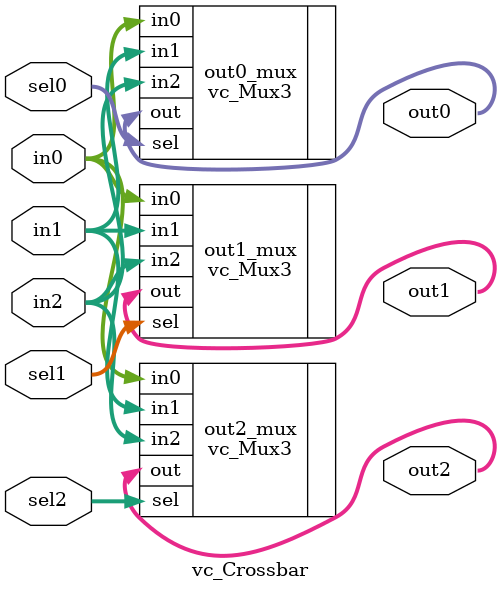
<source format=v>

`ifndef VC_CROSSBAR_V
`define VC_CROSSBAR_V

`include "vc-Muxes.v"

module vc_Crossbar#(parameter BIT_WIDTH = 32)
(
  input  [BIT_WIDTH-1:0] in0,
  input  [BIT_WIDTH-1:0] in1,
  input  [BIT_WIDTH-1:0] in2,
 
  input  [1:0]           sel0,
  input  [1:0]           sel1,
  input  [1:0]           sel2,
 
  output [BIT_WIDTH-1:0] out0,
  output [BIT_WIDTH-1:0] out1,
  output [BIT_WIDTH-1:0] out2
);

  vc_Mux3#(BIT_WIDTH) out0_mux
  (
    .in0 (in0),
    .in1 (in1),
    .in2 (in2),
    .sel (sel0),
    .out (out0)
  );
 
  vc_Mux3#(BIT_WIDTH) out1_mux
  (
    .in0 (in0),
    .in1 (in1),
    .in2 (in2),
    .sel (sel1),
    .out (out1)
  );
 
  vc_Mux3#(BIT_WIDTH) out2_mux
  (
    .in0 (in0),
    .in1 (in1),
    .in2 (in2),
    .sel (sel2),
    .out (out2)
  );

endmodule

`endif

</source>
